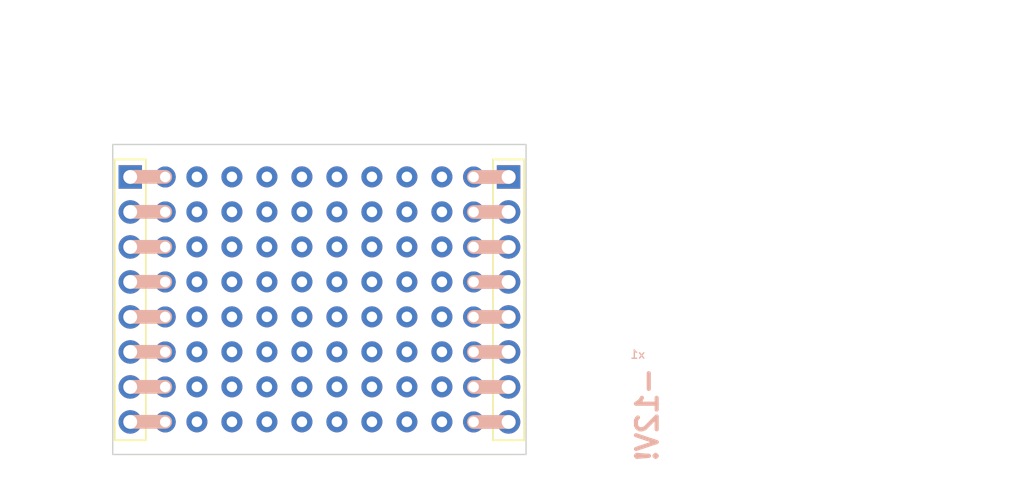
<source format=kicad_pcb>
(kicad_pcb (version 20211014) (generator pcbnew)
  (layers (0 "F.Cu" signal) (31 "B.Cu" signal) (34 "B.Paste" user) (35 "F.Paste" user) (36 "B.SilkS" user "B.Silkscreen") (37 "F.SilkS" user "F.Silkscreen") (38 "B.Mask" user) (39 "F.Mask" user) (44 "Edge.Cuts" user))
  (net 0 "")
  (footprint "Eurorack:Single Pad" (layer "F.Cu") (at 39.75 2.3578)
    (fp_text reference "REF**" hide)
    (fp_text value "Single Pad")
    (pad "1" thru_hole circle (at -35.94 0) (size 1.524 1.524) (drill 0.762) (layers *.Cu *.Mask))
  )
  (footprint "" (layer "F.Cu") (at 6.11 4.89)
    (fp_text reference "11" hide)
    (fp_text value "" (at 0 0) (layer "F.SilkS") (effects (font (size 1.27 1.27))))
    (pad "1" thru_hole circle (at 0 0) (size 1.524 1.524) (drill 0.762) (layers *.Cu *.Mask))
  )
  (footprint "" (layer "F.Cu") (at 6.11 20.13)
    (fp_text reference "67" hide)
    (fp_text value "" (at 0 0) (layer "F.SilkS") (effects (font (size 1.27 1.27))))
    (pad "1" thru_hole circle (at 0 0) (size 1.524 1.524) (drill 0.762) (layers *.Cu *.Mask))
  )
  (footprint "" (layer "F.Cu") (at 6.11 9.97)
    (fp_text reference "31" hide)
    (fp_text value "" (at 0 0) (layer "F.SilkS") (effects (font (size 1.27 1.27))))
    (pad "1" thru_hole circle (at 0 0) (size 1.524 1.524) (drill 0.762) (layers *.Cu *.Mask))
  )
  (footprint "" (layer "F.Cu") (at 6.11 15.05)
    (fp_text reference "51" hide)
    (fp_text value "" (at 0 0) (layer "F.SilkS") (effects (font (size 1.27 1.27))))
    (pad "1" thru_hole circle (at 0 0) (size 1.524 1.524) (drill 0.762) (layers *.Cu *.Mask))
  )
  (footprint "" (layer "F.Cu") (at 13.73 7.43)
    (fp_text reference "24" hide)
    (fp_text value "" (at 0 0) (layer "F.SilkS") (effects (font (size 1.27 1.27))))
    (pad "1" thru_hole circle (at 0 0) (size 1.524 1.524) (drill 0.762) (layers *.Cu *.Mask))
  )
  (footprint "" (layer "F.Cu") (at 16.27 15.05)
    (fp_text reference "55" hide)
    (fp_text value "" (at 0 0) (layer "F.SilkS") (effects (font (size 1.27 1.27))))
    (pad "1" thru_hole circle (at 0 0) (size 1.524 1.524) (drill 0.762) (layers *.Cu *.Mask))
  )
  (footprint "" (layer "F.Cu") (at 21.35 4.89)
    (fp_text reference "17" hide)
    (fp_text value "" (at 0 0) (layer "F.SilkS") (effects (font (size 1.27 1.27))))
    (pad "1" thru_hole circle (at 0 0) (size 1.524 1.524) (drill 0.762) (layers *.Cu *.Mask))
  )
  (footprint "Eurorack:Single Pad" (layer "F.Cu") (at 61.94 9.9778)
    (fp_text reference "REF**10" hide)
    (fp_text value "Single Pad")
    (pad "1" thru_hole circle (at -35.75 0) (size 1.524 1.524) (drill 0.762) (layers *.Cu *.Mask))
  )
  (footprint "" (layer "F.Cu") (at 21.35 9.97)
    (fp_text reference "37" hide)
    (fp_text value "" (at 0 0) (layer "F.SilkS") (effects (font (size 1.27 1.27))))
    (pad "1" thru_hole circle (at 0 0) (size 1.524 1.524) (drill 0.762) (layers *.Cu *.Mask))
  )
  (footprint "" (layer "F.Cu") (at 13.73 15.05)
    (fp_text reference "54" hide)
    (fp_text value "" (at 0 0) (layer "F.SilkS") (effects (font (size 1.27 1.27))))
    (pad "1" thru_hole circle (at 0 0) (size 1.524 1.524) (drill 0.762) (layers *.Cu *.Mask))
  )
  (footprint "" (layer "F.Cu") (at 21.35 12.51)
    (fp_text reference "47" hide)
    (fp_text value "" (at 0 0) (layer "F.SilkS") (effects (font (size 1.27 1.27))))
    (pad "1" thru_hole circle (at 0 0) (size 1.524 1.524) (drill 0.762) (layers *.Cu *.Mask))
  )
  (footprint "" (layer "F.Cu") (at 18.81 12.51)
    (fp_text reference "46" hide)
    (fp_text value "" (at 0 0) (layer "F.SilkS") (effects (font (size 1.27 1.27))))
    (pad "1" thru_hole circle (at 0 0) (size 1.524 1.524) (drill 0.762) (layers *.Cu *.Mask))
  )
  (footprint "" (layer "F.Cu") (at 21.35 17.59)
    (fp_text reference "65" hide)
    (fp_text value "" (at 0 0) (layer "F.SilkS") (effects (font (size 1.27 1.27))))
    (pad "1" thru_hole circle (at 0 0) (size 1.524 1.524) (drill 0.762) (layers *.Cu *.Mask))
  )
  (footprint "" (layer "F.Cu") (at 23.89 7.43)
    (fp_text reference "28" hide)
    (fp_text value "" (at 0 0) (layer "F.SilkS") (effects (font (size 1.27 1.27))))
    (pad "1" thru_hole circle (at 0 0) (size 1.524 1.524) (drill 0.762) (layers *.Cu *.Mask))
  )
  (footprint "Eurorack:Single Pad" (layer "F.Cu") (at 61.94 12.5178)
    (fp_text reference "REF**11" hide)
    (fp_text value "Single Pad")
    (pad "1" thru_hole circle (at -35.75 0) (size 1.524 1.524) (drill 0.762) (layers *.Cu *.Mask))
  )
  (footprint "" (layer "F.Cu") (at 23.89 20.13)
    (fp_text reference "74" hide)
    (fp_text value "" (at 0 0) (layer "F.SilkS") (effects (font (size 1.27 1.27))))
    (pad "1" thru_hole circle (at 0 0) (size 1.524 1.524) (drill 0.762) (layers *.Cu *.Mask))
  )
  (footprint "" (layer "F.Cu") (at 23.89 9.97)
    (fp_text reference "38" hide)
    (fp_text value "" (at 0 0) (layer "F.SilkS") (effects (font (size 1.27 1.27))))
    (pad "1" thru_hole circle (at 0 0) (size 1.524 1.524) (drill 0.762) (layers *.Cu *.Mask))
  )
  (footprint "" (layer "F.Cu") (at 23.89 2.35)
    (fp_text reference "8" hide)
    (fp_text value "" (at 0 0) (layer "F.SilkS") (effects (font (size 1.27 1.27))))
    (pad "1" thru_hole circle (at 0 0) (size 1.524 1.524) (drill 0.762) (layers *.Cu *.Mask))
  )
  (footprint "" (layer "F.Cu") (at 23.89 4.89)
    (fp_text reference "18" hide)
    (fp_text value "" (at 0 0) (layer "F.SilkS") (effects (font (size 1.27 1.27))))
    (pad "1" thru_hole circle (at 0 0) (size 1.524 1.524) (drill 0.762) (layers *.Cu *.Mask))
  )
  (footprint "" (layer "F.Cu") (at 11.19 12.51)
    (fp_text reference "43" hide)
    (fp_text value "" (at 0 0) (layer "F.SilkS") (effects (font (size 1.27 1.27))))
    (pad "1" thru_hole circle (at 0 0) (size 1.524 1.524) (drill 0.762) (layers *.Cu *.Mask))
  )
  (footprint "Eurorack:Single Pad" (layer "F.Cu") (at 39.75 15.0578)
    (fp_text reference "REF**5" hide)
    (fp_text value "Single Pad")
    (pad "1" thru_hole circle (at -35.94 0) (size 1.524 1.524) (drill 0.762) (layers *.Cu *.Mask))
  )
  (footprint "Eurorack:Single Pad" (layer "F.Cu") (at 61.94 15.0578)
    (fp_text reference "REF**12" hide)
    (fp_text value "Single Pad")
    (pad "1" thru_hole circle (at -35.75 0) (size 1.524 1.524) (drill 0.762) (layers *.Cu *.Mask))
  )
  (footprint "" (layer "F.Cu") (at 13.73 12.51)
    (fp_text reference "44" hide)
    (fp_text value "" (at 0 0) (layer "F.SilkS") (effects (font (size 1.27 1.27))))
    (pad "1" thru_hole circle (at 0 0) (size 1.524 1.524) (drill 0.762) (layers *.Cu *.Mask))
  )
  (footprint "" (layer "F.Cu") (at 11.19 2.35)
    (fp_text reference "3" hide)
    (fp_text value "" (at 0 0) (layer "F.SilkS") (effects (font (size 1.27 1.27))))
    (pad "1" thru_hole circle (at 0 0) (size 1.524 1.524) (drill 0.762) (layers *.Cu *.Mask))
  )
  (footprint "" (layer "F.Cu") (at 8.65 17.59)
    (fp_text reference "60" hide)
    (fp_text value "" (at 0 0) (layer "F.SilkS") (effects (font (size 1.27 1.27))))
    (pad "1" thru_hole circle (at 0 0) (size 1.524 1.524) (drill 0.762) (layers *.Cu *.Mask))
  )
  (footprint "" (layer "F.Cu") (at 18.81 15.05)
    (fp_text reference "56" hide)
    (fp_text value "" (at 0 0) (layer "F.SilkS") (effects (font (size 1.27 1.27))))
    (pad "1" thru_hole circle (at 0 0) (size 1.524 1.524) (drill 0.762) (layers *.Cu *.Mask))
  )
  (footprint "" (layer "F.Cu") (at 8.65 4.89)
    (fp_text reference "12" hide)
    (fp_text value "" (at 0 0) (layer "F.SilkS") (effects (font (size 1.27 1.27))))
    (pad "1" thru_hole circle (at 0 0) (size 1.524 1.524) (drill 0.762) (layers *.Cu *.Mask))
  )
  (footprint "" (layer "F.Cu") (at 23.89 17.59)
    (fp_text reference "66" hide)
    (fp_text value "" (at 0 0) (layer "F.SilkS") (effects (font (size 1.27 1.27))))
    (pad "1" thru_hole circle (at 0 0) (size 1.524 1.524) (drill 0.762) (layers *.Cu *.Mask))
  )
  (footprint "" (layer "F.Cu") (at 6.11 17.59)
    (fp_text reference "59" hide)
    (fp_text value "" (at 0 0) (layer "F.SilkS") (effects (font (size 1.27 1.27))))
    (pad "1" thru_hole circle (at 0 0) (size 1.524 1.524) (drill 0.762) (layers *.Cu *.Mask))
  )
  (footprint "" (layer "F.Cu") (at 6.11 2.35)
    (fp_text reference "1" hide)
    (fp_text value "" (at 0 0) (layer "F.SilkS") (effects (font (size 1.27 1.27))))
    (pad "1" thru_hole circle (at 0 0) (size 1.524 1.524) (drill 0.762) (layers *.Cu *.Mask))
  )
  (footprint "" (layer "F.Cu") (at 18.81 2.35)
    (fp_text reference "6" hide)
    (fp_text value "" (at 0 0) (layer "F.SilkS") (effects (font (size 1.27 1.27))))
    (pad "1" thru_hole circle (at 0 0) (size 1.524 1.524) (drill 0.762) (layers *.Cu *.Mask))
  )
  (footprint "" (layer "F.Cu") (at 6.11 7.43)
    (fp_text reference "21" hide)
    (fp_text value "" (at 0 0) (layer "F.SilkS") (effects (font (size 1.27 1.27))))
    (pad "1" thru_hole circle (at 0 0) (size 1.524 1.524) (drill 0.762) (layers *.Cu *.Mask))
  )
  (footprint "" (layer "F.Cu") (at 18.81 7.43)
    (fp_text reference "26" hide)
    (fp_text value "" (at 0 0) (layer "F.SilkS") (effects (font (size 1.27 1.27))))
    (pad "1" thru_hole circle (at 0 0) (size 1.524 1.524) (drill 0.762) (layers *.Cu *.Mask))
  )
  (footprint "" (layer "F.Cu") (at 11.19 15.05)
    (fp_text reference "53" hide)
    (fp_text value "" (at 0 0) (layer "F.SilkS") (effects (font (size 1.27 1.27))))
    (pad "1" thru_hole circle (at 0 0) (size 1.524 1.524) (drill 0.762) (layers *.Cu *.Mask))
  )
  (footprint "" (layer "F.Cu") (at 13.73 17.59)
    (fp_text reference "62" hide)
    (fp_text value "" (at 0 0) (layer "F.SilkS") (effects (font (size 1.27 1.27))))
    (pad "1" thru_hole circle (at 0 0) (size 1.524 1.524) (drill 0.762) (layers *.Cu *.Mask))
  )
  (footprint "" (layer "F.Cu") (at 13.73 20.13)
    (fp_text reference "70" hide)
    (fp_text value "" (at 0 0) (layer "F.SilkS") (effects (font (size 1.27 1.27))))
    (pad "1" thru_hole circle (at 0 0) (size 1.524 1.524) (drill 0.762) (layers *.Cu *.Mask))
  )
  (footprint "" (layer "F.Cu") (at 21.35 7.43)
    (fp_text reference "27" hide)
    (fp_text value "" (at 0 0) (layer "F.SilkS") (effects (font (size 1.27 1.27))))
    (pad "1" thru_hole circle (at 0 0) (size 1.524 1.524) (drill 0.762) (layers *.Cu *.Mask))
  )
  (footprint "Eurorack:Single Pad" (layer "F.Cu") (at 61.94 17.5978)
    (fp_text reference "REF**13" hide)
    (fp_text value "Single Pad")
    (pad "1" thru_hole circle (at -35.75 0) (size 1.524 1.524) (drill 0.762) (layers *.Cu *.Mask))
  )
  (footprint "" (layer "F.Cu") (at 13.73 4.89)
    (fp_text reference "14" hide)
    (fp_text value "" (at 0 0) (layer "F.SilkS") (effects (font (size 1.27 1.27))))
    (pad "1" thru_hole circle (at 0 0) (size 1.524 1.524) (drill 0.762) (layers *.Cu *.Mask))
  )
  (footprint "" (layer "F.Cu") (at 8.65 2.35)
    (fp_text reference "2" hide)
    (fp_text value "" (at 0 0) (layer "F.SilkS") (effects (font (size 1.27 1.27))))
    (pad "1" thru_hole circle (at 0 0) (size 1.524 1.524) (drill 0.762) (layers *.Cu *.Mask))
  )
  (footprint "" (layer "F.Cu") (at 16.27 9.97)
    (fp_text reference "35" hide)
    (fp_text value "" (at 0 0) (layer "F.SilkS") (effects (font (size 1.27 1.27))))
    (pad "1" thru_hole circle (at 0 0) (size 1.524 1.524) (drill 0.762) (layers *.Cu *.Mask))
  )
  (footprint "" (layer "F.Cu") (at 18.81 20.13)
    (fp_text reference "72" hide)
    (fp_text value "" (at 0 0) (layer "F.SilkS") (effects (font (size 1.27 1.27))))
    (pad "1" thru_hole circle (at 0 0) (size 1.524 1.524) (drill 0.762) (layers *.Cu *.Mask))
  )
  (footprint "" (layer "F.Cu") (at 8.65 12.51)
    (fp_text reference "42" hide)
    (fp_text value "" (at 0 0) (layer "F.SilkS") (effects (font (size 1.27 1.27))))
    (pad "1" thru_hole circle (at 0 0) (size 1.524 1.524) (drill 0.762) (layers *.Cu *.Mask))
  )
  (footprint "" (layer "F.Cu") (at 23.89 15.05)
    (fp_text reference "58" hide)
    (fp_text value "" (at 0 0) (layer "F.SilkS") (effects (font (size 1.27 1.27))))
    (pad "1" thru_hole circle (at 0 0) (size 1.524 1.524) (drill 0.762) (layers *.Cu *.Mask))
  )
  (footprint "Eurorack:Single Pad" (layer "F.Cu") (at 61.94 20.1378)
    (fp_text reference "REF**14" hide)
    (fp_text value "Single Pad")
    (pad "1" thru_hole circle (at -35.75 0) (size 1.524 1.524) (drill 0.762) (layers *.Cu *.Mask))
  )
  (footprint "" (layer "F.Cu") (at 8.65 15.05)
    (fp_text reference "52" hide)
    (fp_text value "" (at 0 0) (layer "F.SilkS") (effects (font (size 1.27 1.27))))
    (pad "1" thru_hole circle (at 0 0) (size 1.524 1.524) (drill 0.762) (layers *.Cu *.Mask))
  )
  (footprint "" (layer "F.Cu") (at 16.27 7.43)
    (fp_text reference "25" hide)
    (fp_text value "" (at 0 0) (layer "F.SilkS") (effects (font (size 1.27 1.27))))
    (pad "1" thru_hole circle (at 0 0) (size 1.524 1.524) (drill 0.762) (layers *.Cu *.Mask))
  )
  (footprint "Eurorack:Single Pad" (layer "F.Cu") (at 39.75 20.1378)
    (fp_text reference "REF**7" hide)
    (fp_text value "Single Pad")
    (pad "1" thru_hole circle (at -35.94 0) (size 1.524 1.524) (drill 0.762) (layers *.Cu *.Mask))
  )
  (footprint "Eurorack:Single Pad" (layer "F.Cu") (at 61.94 2.3578)
    (fp_text reference "REF**" hide)
    (fp_text value "Single Pad")
    (pad "1" thru_hole circle (at -35.75 0) (size 1.524 1.524) (drill 0.762) (layers *.Cu *.Mask))
  )
  (footprint "Eurorack:Single Pad" (layer "F.Cu") (at 39.75 12.5178)
    (fp_text reference "REF**4" hide)
    (fp_text value "Single Pad")
    (pad "1" thru_hole circle (at -35.94 0) (size 1.524 1.524) (drill 0.762) (layers *.Cu *.Mask))
  )
  (footprint "" (layer "F.Cu") (at 11.19 9.97)
    (fp_text reference "33" hide)
    (fp_text value "" (at 0 0) (layer "F.SilkS") (effects (font (size 1.27 1.27))))
    (pad "1" thru_hole circle (at 0 0) (size 1.524 1.524) (drill 0.762) (layers *.Cu *.Mask))
  )
  (footprint "" (layer "F.Cu") (at 18.81 9.97)
    (fp_text reference "36" hide)
    (fp_text value "" (at 0 0) (layer "F.SilkS") (effects (font (size 1.27 1.27))))
    (pad "1" thru_hole circle (at 0 0) (size 1.524 1.524) (drill 0.762) (layers *.Cu *.Mask))
  )
  (footprint "" (layer "F.Cu") (at 11.19 20.13)
    (fp_text reference "69" hide)
    (fp_text value "" (at 0 0) (layer "F.SilkS") (effects (font (size 1.27 1.27))))
    (pad "1" thru_hole circle (at 0 0) (size 1.524 1.524) (drill 0.762) (layers *.Cu *.Mask))
  )
  (footprint "Eurorack:PinHeader_1x08_P2.54mm_Vertical" (layer "F.Cu") (at 28.73 2.3578)
    (fp_text reference "J3" hide)
    (fp_text value "Conn_01x08_Female")
    (fp_line (start -1.13 -1.27) (end 1.13 -1.27) (layer "F.SilkS") (width 0.12))
    (fp_line (start -1.13 19.11) (end 1.13 19.11) (layer "F.SilkS") (width 0.12))
    (fp_line (start 1.13 -1.27) (end 1.13 19.11) (layer "F.SilkS") (width 0.12))
    (fp_line (start -1.13 -1.27) (end -1.13 19.11) (layer "F.SilkS") (width 0.12))
    (pad "1" thru_hole rect (at 0 0) (size 1.7 1.7) (drill 1) (layers *.Cu *.Mask))
    (pad "2" thru_hole oval (at 0 2.54) (size 1.7 1.7) (drill 1) (layers *.Cu *.Mask))
    (pad "3" thru_hole oval (at 0 5.08) (size 1.7 1.7) (drill 1) (layers *.Cu *.Mask))
    (pad "4" thru_hole oval (at 0 7.62) (size 1.7 1.7) (drill 1) (layers *.Cu *.Mask))
    (pad "5" thru_hole oval (at 0 10.16) (size 1.7 1.7) (drill 1) (layers *.Cu *.Mask))
    (pad "6" thru_hole oval (at 0 12.7) (size 1.7 1.7) (drill 1) (layers *.Cu *.Mask))
    (pad "7" thru_hole oval (at 0 15.24) (size 1.7 1.7) (drill 1) (layers *.Cu *.Mask))
    (pad "8" thru_hole oval (at 0 17.78) (size 1.7 1.7) (drill 1) (layers *.Cu *.Mask))
  )
  (footprint "" (layer "F.Cu") (at 11.19 17.59)
    (fp_text reference "61" hide)
    (fp_text value "" (at 0 0) (layer "F.SilkS") (effects (font (size 1.27 1.27))))
    (pad "1" thru_hole circle (at 0 0) (size 1.524 1.524) (drill 0.762) (layers *.Cu *.Mask))
  )
  (footprint "Eurorack:Single Pad" (layer "F.Cu") (at 39.75 4.8978)
    (fp_text reference "REF**1" hide)
    (fp_text value "Single Pad")
    (pad "1" thru_hole circle (at -35.94 0) (size 1.524 1.524) (drill 0.762) (layers *.Cu *.Mask))
  )
  (footprint "" (layer "F.Cu") (at 16.27 12.51)
    (fp_text reference "45" hide)
    (fp_text value "" (at 0 0) (layer "F.SilkS") (effects (font (size 1.27 1.27))))
    (pad "1" thru_hole circle (at 0 0) (size 1.524 1.524) (drill 0.762) (layers *.Cu *.Mask))
  )
  (footprint "" (layer "F.Cu") (at 8.65 9.97)
    (fp_text reference "32" hide)
    (fp_text value "" (at 0 0) (layer "F.SilkS") (effects (font (size 1.27 1.27))))
    (pad "1" thru_hole circle (at 0 0) (size 1.524 1.524) (drill 0.762) (layers *.Cu *.Mask))
  )
  (footprint "" (layer "F.Cu") (at 11.19 7.43)
    (fp_text reference "23" hide)
    (fp_text value "" (at 0 0) (layer "F.SilkS") (effects (font (size 1.27 1.27))))
    (pad "1" thru_hole circle (at 0 0) (size 1.524 1.524) (drill 0.762) (layers *.Cu *.Mask))
  )
  (footprint "" (layer "F.Cu") (at 18.81 4.89)
    (fp_text reference "16" hide)
    (fp_text value "" (at 0 0) (layer "F.SilkS") (effects (font (size 1.27 1.27))))
    (pad "1" thru_hole circle (at 0 0) (size 1.524 1.524) (drill 0.762) (layers *.Cu *.Mask))
  )
  (footprint "" (layer "F.Cu") (at 8.65 7.43)
    (fp_text reference "22" hide)
    (fp_text value "" (at 0 0) (layer "F.SilkS") (effects (font (size 1.27 1.27))))
    (pad "1" thru_hole circle (at 0 0) (size 1.524 1.524) (drill 0.762) (layers *.Cu *.Mask))
  )
  (footprint "Eurorack:Single Pad" (layer "F.Cu") (at 61.94 7.4378)
    (fp_text reference "REF**9" hide)
    (fp_text value "Single Pad")
    (pad "1" thru_hole circle (at -35.75 0) (size 1.524 1.524) (drill 0.762) (layers *.Cu *.Mask))
  )
  (footprint "" (layer "F.Cu") (at 16.27 20.13)
    (fp_text reference "71" hide)
    (fp_text value "" (at 0 0) (layer "F.SilkS") (effects (font (size 1.27 1.27))))
    (pad "1" thru_hole circle (at 0 0) (size 1.524 1.524) (drill 0.762) (layers *.Cu *.Mask))
  )
  (footprint "" (layer "F.Cu") (at 13.73 2.35)
    (fp_text reference "4" hide)
    (fp_text value "" (at 0 0) (layer "F.SilkS") (effects (font (size 1.27 1.27))))
    (pad "1" thru_hole circle (at 0 0) (size 1.524 1.524) (drill 0.762) (layers *.Cu *.Mask))
  )
  (footprint "" (layer "F.Cu") (at 21.35 20.13)
    (fp_text reference "73" hide)
    (fp_text value "" (at 0 0) (layer "F.SilkS") (effects (font (size 1.27 1.27))))
    (pad "1" thru_hole circle (at 0 0) (size 1.524 1.524) (drill 0.762) (layers *.Cu *.Mask))
  )
  (footprint "" (layer "F.Cu") (at 21.35 15.05)
    (fp_text reference "57" hide)
    (fp_text value "" (at 0 0) (layer "F.SilkS") (effects (font (size 1.27 1.27))))
    (pad "1" thru_hole circle (at 0 0) (size 1.524 1.524) (drill 0.762) (layers *.Cu *.Mask))
  )
  (footprint "" (layer "F.Cu") (at 13.73 9.97)
    (fp_text reference "34" hide)
    (fp_text value "" (at 0 0) (layer "F.SilkS") (effects (font (size 1.27 1.27))))
    (pad "1" thru_hole circle (at 0 0) (size 1.524 1.524) (drill 0.762) (layers *.Cu *.Mask))
  )
  (footprint "Eurorack:Single Pad" (layer "F.Cu") (at 61.94 4.8978)
    (fp_text reference "REF**8" hide)
    (fp_text value "Single Pad")
    (pad "1" thru_hole circle (at -35.75 0) (size 1.524 1.524) (drill 0.762) (layers *.Cu *.Mask))
  )
  (footprint "" (layer "F.Cu") (at 18.81 17.59)
    (fp_text reference "64" hide)
    (fp_text value "" (at 0 0) (layer "F.SilkS") (effects (font (size 1.27 1.27))))
    (pad "1" thru_hole circle (at 0 0) (size 1.524 1.524) (drill 0.762) (layers *.Cu *.Mask))
  )
  (footprint "Eurorack:PinHeader_1x08_P2.54mm_Vertical" (layer "F.Cu") (at 1.2726 2.3578)
    (fp_text reference "J2" hide)
    (fp_text value "Conn_01x08_Female")
    (fp_line (start -1.13 19.11) (end 1.13 19.11) (layer "F.SilkS") (width 0.12))
    (fp_line (start 1.13 -1.27) (end 1.13 19.11) (layer "F.SilkS") (width 0.12))
    (fp_line (start -1.13 -1.27) (end -1.13 19.11) (layer "F.SilkS") (width 0.12))
    (fp_line (start -1.13 -1.27) (end 1.13 -1.27) (layer "F.SilkS") (width 0.12))
    (pad "1" thru_hole rect (at 0 0) (size 1.7 1.7) (drill 1) (layers *.Cu *.Mask))
    (pad "2" thru_hole oval (at 0 2.54) (size 1.7 1.7) (drill 1) (layers *.Cu *.Mask))
    (pad "3" thru_hole oval (at 0 5.08) (size 1.7 1.7) (drill 1) (layers *.Cu *.Mask))
    (pad "4" thru_hole oval (at 0 7.62) (size 1.7 1.7) (drill 1) (layers *.Cu *.Mask))
    (pad "5" thru_hole oval (at 0 10.16) (size 1.7 1.7) (drill 1) (layers *.Cu *.Mask))
    (pad "6" thru_hole oval (at 0 12.7) (size 1.7 1.7) (drill 1) (layers *.Cu *.Mask))
    (pad "7" thru_hole oval (at 0 15.24) (size 1.7 1.7) (drill 1) (layers *.Cu *.Mask))
    (pad "8" thru_hole oval (at 0 17.78) (size 1.7 1.7) (drill 1) (layers *.Cu *.Mask))
  )
  (footprint "" (layer "F.Cu") (at 11.19 4.89)
    (fp_text reference "13" hide)
    (fp_text value "" (at 0 0) (layer "F.SilkS") (effects (font (size 1.27 1.27))))
    (pad "1" thru_hole circle (at 0 0) (size 1.524 1.524) (drill 0.762) (layers *.Cu *.Mask))
  )
  (footprint "" (layer "F.Cu") (at 16.27 17.59)
    (fp_text reference "63" hide)
    (fp_text value "" (at 0 0) (layer "F.SilkS") (effects (font (size 1.27 1.27))))
    (pad "1" thru_hole circle (at 0 0) (size 1.524 1.524) (drill 0.762) (layers *.Cu *.Mask))
  )
  (footprint "Eurorack:Single Pad" (layer "F.Cu") (at 39.75 17.5978)
    (fp_text reference "REF**6" hide)
    (fp_text value "Single Pad")
    (pad "1" thru_hole circle (at -35.94 0) (size 1.524 1.524) (drill 0.762) (layers *.Cu *.Mask))
  )
  (footprint "" (layer "F.Cu") (at 8.65 20.13)
    (fp_text reference "68" hide)
    (fp_text value "" (at 0 0) (layer "F.SilkS") (effects (font (size 1.27 1.27))))
    (pad "1" thru_hole circle (at 0 0) (size 1.524 1.524) (drill 0.762) (layers *.Cu *.Mask))
  )
  (footprint "Eurorack:Single Pad" (layer "F.Cu") (at 39.75 7.4378)
    (fp_text reference "REF**2" hide)
    (fp_text value "Single Pad")
    (pad "1" thru_hole circle (at -35.94 0) (size 1.524 1.524) (drill 0.762) (layers *.Cu *.Mask))
  )
  (footprint "" (layer "F.Cu") (at 16.27 2.35)
    (fp_text reference "5" hide)
    (fp_text value "" (at 0 0) (layer "F.SilkS") (effects (font (size 1.27 1.27))))
    (pad "1" thru_hole circle (at 0 0) (size 1.524 1.524) (drill 0.762) (layers *.Cu *.Mask))
  )
  (footprint "" (layer "F.Cu") (at 16.27 4.89)
    (fp_text reference "15" hide)
    (fp_text value "" (at 0 0) (layer "F.SilkS") (effects (font (size 1.27 1.27))))
    (pad "1" thru_hole circle (at 0 0) (size 1.524 1.524) (drill 0.762) (layers *.Cu *.Mask))
  )
  (footprint "Eurorack:Single Pad" (layer "F.Cu") (at 39.75 9.9778)
    (fp_text reference "REF**3" hide)
    (fp_text value "Single Pad")
    (pad "1" thru_hole circle (at -35.94 0) (size 1.524 1.524) (drill 0.762) (layers *.Cu *.Mask))
  )
  (footprint "" (layer "F.Cu") (at 23.89 12.51)
    (fp_text reference "48" hide)
    (fp_text value "" (at 0 0) (layer "F.SilkS") (effects (font (size 1.27 1.27))))
    (pad "1" thru_hole circle (at 0 0) (size 1.524 1.524) (drill 0.762) (layers *.Cu *.Mask))
  )
  (footprint "" (layer "F.Cu") (at 21.35 2.35)
    (fp_text reference "7" hide)
    (fp_text value "" (at 0 0) (layer "F.SilkS") (effects (font (size 1.27 1.27))))
    (pad "1" thru_hole circle (at 0 0) (size 1.524 1.524) (drill 0.762) (layers *.Cu *.Mask))
  )
  (footprint "" (layer "F.Cu") (at 6.11 12.51)
    (fp_text reference "41" hide)
    (fp_text value "" (at 0 0) (layer "F.SilkS") (effects (font (size 1.27 1.27))))
    (pad "1" thru_hole circle (at 0 0) (size 1.524 1.524) (drill 0.762) (layers *.Cu *.Mask))
  )
  (gr_line (start 3.81 4.89) (end 1.26 4.89) (layer "B.SilkS") (width 1))
  (gr_line (start 3.81 12.51) (end 1.26 12.51) (layer "B.SilkS") (width 1))
  (gr_line (start 3.81 7.43) (end 1.26 7.43) (layer "B.SilkS") (width 1))
  (gr_line (start 28.76 12.52) (end 26.21 12.52) (layer "B.SilkS") (width 1))
  (gr_line (start 28.76 2.36) (end 26.21 2.36) (layer "B.SilkS") (width 1))
  (gr_line (start 3.81 2.35) (end 1.26 2.35) (layer "B.SilkS") (width 1))
  (gr_line (start 28.76 17.6) (end 26.21 17.6) (layer "B.SilkS") (width 1))
  (gr_line (start 28.76 20.14) (end 26.21 20.14) (layer "B.SilkS") (width 1))
  (gr_line (start 3.81 15.05) (end 1.26 15.05) (layer "B.SilkS") (width 1))
  (gr_line (start 28.76 4.9) (end 26.21 4.9) (layer "B.SilkS") (width 1))
  (gr_line (start 3.81 17.59) (end 1.26 17.59) (layer "B.SilkS") (width 1))
  (gr_line (start 3.81 9.97) (end 1.26 9.97) (layer "B.SilkS") (width 1))
  (gr_line (start 28.76 9.98) (end 26.21 9.98) (layer "B.SilkS") (width 1))
  (gr_line (start 28.76 15.06) (end 26.21 15.06) (layer "B.SilkS") (width 1))
  (gr_line (start 28.76 7.44) (end 26.21 7.44) (layer "B.SilkS") (width 1))
  (gr_line (start 3.81 20.13) (end 1.26 20.13) (layer "B.SilkS") (width 1))
  (gr_rect (start 0 0) (end 30 22.5) (layer "Edge.Cuts") (width 0.1) (fill none))
  (gr_text "-12V!" (at 38.8 19.6 90) (layer "B.SilkS") (effects (font (size 1.5 1.5) (thickness 0.3)) (justify mirror)))
  (gr_text "x1" (at 38.1 15.24) (layer "B.SilkS") (effects (font (size 0.6 0.6) (thickness 0.1)) (justify mirror)))
)
</source>
